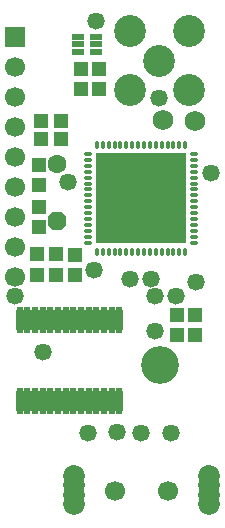
<source format=gbs>
%FSAX42Y42*%
%MOMM*%
G71*
G01*
G75*
G04 Layer_Color=16711935*
%ADD10R,0.50X2.10*%
%ADD11P,1.65X8X292.5*%
%ADD12R,1.52X1.52*%
%ADD13P,1.65X8X202.5*%
%ADD14R,1.52X1.52*%
%ADD15R,1.70X1.25*%
%ADD16R,1.05X2.15*%
%ADD17R,1.05X2.15*%
%ADD18R,3.40X2.15*%
%ADD19R,1.00X1.10*%
%ADD20R,1.10X1.00*%
%ADD21R,0.87X0.87*%
%ADD22C,0.25*%
%ADD23C,1.50*%
%ADD24C,1.65*%
%ADD25C,3.00*%
%ADD26P,1.52X8X112.5*%
%ADD27C,1.40*%
%ADD28C,1.52*%
%ADD29R,1.50X1.50*%
%ADD30C,2.50*%
%ADD31C,1.27*%
%ADD32R,0.80X0.35*%
%ADD33O,0.40X2.10*%
%ADD34O,0.28X0.80*%
%ADD35O,0.80X0.28*%
%ADD36R,7.65X7.65*%
%ADD37C,0.25*%
%ADD38C,0.20*%
%ADD39C,0.60*%
%ADD40R,1.80X2.00*%
%ADD41R,2.00X1.80*%
%ADD42R,1.80X1.80*%
%ADD43O,0.22X0.74*%
%ADD44O,0.74X0.22*%
%ADD45R,2.05X2.05*%
%ADD46R,0.70X2.30*%
%ADD47P,1.87X8X292.5*%
%ADD48R,1.73X1.73*%
%ADD49P,1.87X8X202.5*%
%ADD50R,1.73X1.73*%
%ADD51R,1.90X1.45*%
%ADD52R,1.25X2.35*%
%ADD53R,1.25X2.35*%
%ADD54R,3.60X2.35*%
%ADD55R,1.20X1.30*%
%ADD56R,1.30X1.20*%
%ADD57R,1.54X1.54*%
%ADD58C,1.70*%
%ADD59C,1.85*%
%ADD60C,3.20*%
%ADD61P,1.74X8X112.5*%
%ADD62C,1.60*%
%ADD63C,1.73*%
%ADD64R,1.70X1.70*%
%ADD65C,2.70*%
%ADD66C,1.47*%
%ADD67R,1.00X0.55*%
%ADD68O,0.60X2.30*%
D34*
X004082Y004835D02*
D03*
X004132D02*
D03*
X004183D02*
D03*
X004232D02*
D03*
X004032D02*
D03*
X003982D02*
D03*
X003932D02*
D03*
X003882D02*
D03*
X003833D02*
D03*
X003783D02*
D03*
X003733D02*
D03*
X003683D02*
D03*
X003633D02*
D03*
X003583D02*
D03*
X003532D02*
D03*
X003483D02*
D03*
X004082Y005735D02*
D03*
X004132D02*
D03*
X004183D02*
D03*
X004232D02*
D03*
X004032D02*
D03*
X003982D02*
D03*
X003932D02*
D03*
X003882D02*
D03*
X003833D02*
D03*
X003783D02*
D03*
X003733D02*
D03*
X003683D02*
D03*
X003633D02*
D03*
X003583D02*
D03*
X003532D02*
D03*
X003483D02*
D03*
D35*
X004307Y004910D02*
D03*
Y004960D02*
D03*
Y005010D02*
D03*
Y005060D02*
D03*
Y005110D02*
D03*
Y005160D02*
D03*
Y005210D02*
D03*
Y005260D02*
D03*
Y005310D02*
D03*
Y005360D02*
D03*
X004308Y005410D02*
D03*
X004307Y005460D02*
D03*
Y005510D02*
D03*
Y005560D02*
D03*
Y005610D02*
D03*
X004308Y005660D02*
D03*
X003408Y005660D02*
D03*
Y005610D02*
D03*
Y005560D02*
D03*
Y005510D02*
D03*
Y005460D02*
D03*
Y005410D02*
D03*
Y005360D02*
D03*
Y005310D02*
D03*
Y005260D02*
D03*
Y005210D02*
D03*
Y005160D02*
D03*
Y005110D02*
D03*
Y005060D02*
D03*
Y005010D02*
D03*
Y004960D02*
D03*
Y004910D02*
D03*
D36*
X003858Y005285D02*
D03*
D55*
X004166Y004131D02*
D03*
Y004301D02*
D03*
X004318D02*
D03*
Y004131D02*
D03*
X003300Y004639D02*
D03*
X003138Y004640D02*
D03*
Y004810D02*
D03*
X003300Y004809D02*
D03*
X002997Y005046D02*
D03*
X002976Y004810D02*
D03*
Y004640D02*
D03*
X002997Y005216D02*
D03*
Y005401D02*
D03*
Y005571D02*
D03*
X003353Y006214D02*
D03*
X003505D02*
D03*
Y006384D02*
D03*
X003353D02*
D03*
D56*
X003184Y005791D02*
D03*
Y005944D02*
D03*
X003014D02*
D03*
Y005791D02*
D03*
D58*
X003636Y002810D02*
D03*
X004086D02*
D03*
X002794Y004623D02*
D03*
Y004877D02*
D03*
Y005131D02*
D03*
Y005385D02*
D03*
Y005639D02*
D03*
Y005893D02*
D03*
Y006147D02*
D03*
Y006401D02*
D03*
D59*
X003291Y002693D02*
D03*
Y002773D02*
D03*
Y002855D02*
D03*
Y002933D02*
D03*
X004431Y002773D02*
D03*
Y002693D02*
D03*
Y002855D02*
D03*
Y002933D02*
D03*
D60*
X004022Y003878D02*
D03*
D61*
X003150Y005090D02*
D03*
D62*
X003150Y005578D02*
D03*
D63*
X004318Y005944D02*
D03*
X004046Y005946D02*
D03*
D64*
X002794Y006655D02*
D03*
D65*
X004263Y006202D02*
D03*
X004013Y006452D02*
D03*
X004263Y006702D02*
D03*
X003763D02*
D03*
Y006202D02*
D03*
D66*
X003409Y003302D02*
D03*
X003653Y003303D02*
D03*
X003858Y003297D02*
D03*
X004109Y003299D02*
D03*
X003975Y004162D02*
D03*
X004155Y004460D02*
D03*
X004322Y004578D02*
D03*
X003938Y004603D02*
D03*
X003972Y004455D02*
D03*
X003767Y004605D02*
D03*
X003460Y004680D02*
D03*
X003024Y003985D02*
D03*
X002788Y004455D02*
D03*
X003240Y005420D02*
D03*
X004010Y006138D02*
D03*
X003480Y006785D02*
D03*
X004453Y005500D02*
D03*
D67*
X003320Y006525D02*
D03*
Y006590D02*
D03*
X003480D02*
D03*
Y006525D02*
D03*
Y006655D02*
D03*
X003320D02*
D03*
D68*
X003609Y003567D02*
D03*
X003674D02*
D03*
X003544D02*
D03*
X003479D02*
D03*
X003414D02*
D03*
X003349D02*
D03*
X003284D02*
D03*
X003219D02*
D03*
X003154D02*
D03*
X003089D02*
D03*
X003024D02*
D03*
X002959D02*
D03*
X002894D02*
D03*
X002829D02*
D03*
X003349Y004257D02*
D03*
X003414D02*
D03*
X003479D02*
D03*
X003544D02*
D03*
X003609D02*
D03*
X003674D02*
D03*
X003284D02*
D03*
X003219D02*
D03*
X003154D02*
D03*
X003089D02*
D03*
X003024D02*
D03*
X002959D02*
D03*
X002894D02*
D03*
X002829D02*
D03*
M02*

</source>
